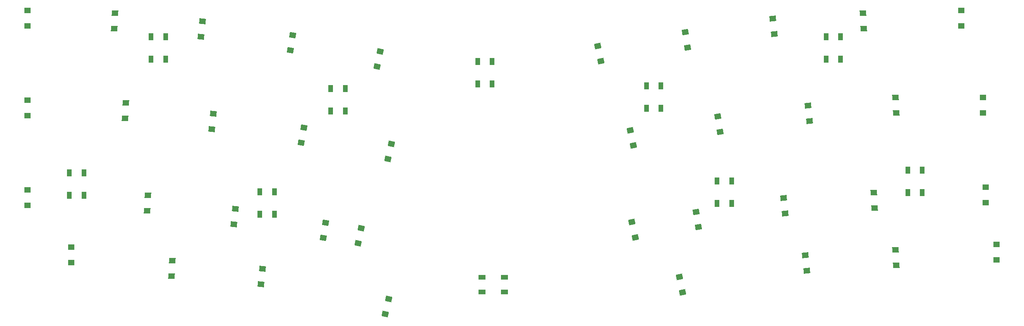
<source format=gbr>
%TF.GenerationSoftware,KiCad,Pcbnew,(6.0.4)*%
%TF.CreationDate,2022-10-27T11:49:13-07:00*%
%TF.ProjectId,tiddlywink,74696464-6c79-4776-996e-6b2e6b696361,rev?*%
%TF.SameCoordinates,Original*%
%TF.FileFunction,Paste,Bot*%
%TF.FilePolarity,Positive*%
%FSLAX46Y46*%
G04 Gerber Fmt 4.6, Leading zero omitted, Abs format (unit mm)*
G04 Created by KiCad (PCBNEW (6.0.4)) date 2022-10-27 11:49:13*
%MOMM*%
%LPD*%
G01*
G04 APERTURE LIST*
G04 Aperture macros list*
%AMRotRect*
0 Rectangle, with rotation*
0 The origin of the aperture is its center*
0 $1 length*
0 $2 width*
0 $3 Rotation angle, in degrees counterclockwise*
0 Add horizontal line*
21,1,$1,$2,0,0,$3*%
G04 Aperture macros list end*
%ADD10RotRect,1.200000X1.400000X99.000000*%
%ADD11RotRect,1.200000X1.400000X84.000000*%
%ADD12R,1.000000X1.500000*%
%ADD13RotRect,1.200000X1.400000X81.000000*%
%ADD14R,1.400000X1.200000*%
%ADD15RotRect,1.200000X1.400000X93.000000*%
%ADD16RotRect,1.200000X1.400000X78.000000*%
%ADD17RotRect,1.200000X1.400000X102.000000*%
%ADD18RotRect,1.200000X1.400000X87.000000*%
%ADD19RotRect,1.200000X1.400000X96.000000*%
%ADD20R,1.500000X1.000000*%
G04 APERTURE END LIST*
D10*
%TO.C,D17*%
X188384847Y-58829118D03*
X187852969Y-55470978D03*
%TD*%
D11*
%TO.C,D13*%
X77212992Y-58245422D03*
X77568388Y-54864048D03*
%TD*%
D12*
%TO.C,RGB5*%
X172231250Y-48746918D03*
X175431250Y-48746918D03*
X175431250Y-53646918D03*
X172231250Y-53646918D03*
%TD*%
D13*
%TO.C,D14*%
X96770080Y-61210370D03*
X97301958Y-57852230D03*
%TD*%
D11*
%TO.C,D33*%
X87928478Y-92178111D03*
X88283874Y-88796737D03*
%TD*%
%TO.C,D3*%
X74831740Y-38004780D03*
X75187136Y-34623406D03*
%TD*%
D14*
%TO.C,D38*%
X248840834Y-86829759D03*
X248840834Y-83429759D03*
%TD*%
D15*
%TO.C,D9*%
X219759468Y-36225824D03*
X219581526Y-32830484D03*
%TD*%
D14*
%TO.C,D10*%
X241101765Y-35632841D03*
X241101765Y-32232841D03*
%TD*%
%TO.C,D31*%
X46434414Y-87425072D03*
X46434414Y-84025072D03*
%TD*%
D12*
%TO.C,RGB10*%
X135321875Y-43389101D03*
X138521875Y-43389101D03*
X138521875Y-48289101D03*
X135321875Y-48289101D03*
%TD*%
D14*
%TO.C,D11*%
X36909406Y-55278170D03*
X36909406Y-51878170D03*
%TD*%
D16*
%TO.C,D15*%
X115732585Y-64766029D03*
X116439485Y-61440327D03*
%TD*%
D13*
%TO.C,D24*%
X101532584Y-82046325D03*
X102064462Y-78688185D03*
%TD*%
D15*
%TO.C,D37*%
X226903224Y-88018055D03*
X226725282Y-84622715D03*
%TD*%
D17*
%TO.C,D16*%
X169422342Y-61789464D03*
X168715442Y-58463762D03*
%TD*%
D18*
%TO.C,D12*%
X58251703Y-55871153D03*
X58429645Y-52475813D03*
%TD*%
%TO.C,D32*%
X68372024Y-90399307D03*
X68549966Y-87003967D03*
%TD*%
D19*
%TO.C,D18*%
X207941935Y-56459483D03*
X207586539Y-53078109D03*
%TD*%
D10*
%TO.C,D7*%
X181241091Y-40374415D03*
X180709213Y-37016275D03*
%TD*%
D15*
%TO.C,D29*%
X222140720Y-75516482D03*
X221962778Y-72121142D03*
%TD*%
D14*
%TO.C,D1*%
X36909406Y-35632841D03*
X36909406Y-32232841D03*
%TD*%
%TO.C,D20*%
X245864269Y-54682857D03*
X245864269Y-51282857D03*
%TD*%
D15*
%TO.C,D19*%
X226903224Y-54680527D03*
X226725282Y-51285187D03*
%TD*%
D19*
%TO.C,D28*%
X202584118Y-76700125D03*
X202228722Y-73318751D03*
%TD*%
D10*
%TO.C,D27*%
X183622343Y-79665073D03*
X183090465Y-76306933D03*
%TD*%
D12*
%TO.C,RGB6*%
X187709375Y-69582873D03*
X190909375Y-69582873D03*
X190909375Y-74482873D03*
X187709375Y-74482873D03*
%TD*%
D19*
%TO.C,D8*%
X200202866Y-37409467D03*
X199847470Y-34028093D03*
%TD*%
D12*
%TO.C,RGB1*%
X46025000Y-67796875D03*
X49225000Y-67796875D03*
X49225000Y-72696875D03*
X46025000Y-72696875D03*
%TD*%
D18*
%TO.C,D2*%
X55870451Y-36225824D03*
X56048393Y-32830484D03*
%TD*%
D17*
%TO.C,D26*%
X169068892Y-78581316D03*
X169775792Y-81907018D03*
%TD*%
D12*
%TO.C,RGB8*%
X229381250Y-67201621D03*
X232581250Y-67201621D03*
X232581250Y-72101621D03*
X229381250Y-72101621D03*
%TD*%
D11*
%TO.C,D23*%
X81975496Y-79081377D03*
X82330892Y-75700003D03*
%TD*%
D12*
%TO.C,RGB7*%
X211521875Y-38031284D03*
X214721875Y-38031284D03*
X214721875Y-42931284D03*
X211521875Y-42931284D03*
%TD*%
%TO.C,RGB4*%
X103175000Y-49342231D03*
X106375000Y-49342231D03*
X106375000Y-54242231D03*
X103175000Y-54242231D03*
%TD*%
D17*
%TO.C,D6*%
X162278586Y-43334761D03*
X161571686Y-40009059D03*
%TD*%
D14*
%TO.C,D30*%
X246459582Y-74328186D03*
X246459582Y-70928186D03*
%TD*%
D16*
%TO.C,D25*%
X109184142Y-83220732D03*
X109891042Y-79895030D03*
%TD*%
D12*
%TO.C,RGB3*%
X87696875Y-71964125D03*
X90896875Y-71964125D03*
X90896875Y-76864125D03*
X87696875Y-76864125D03*
%TD*%
%TO.C,RGB2*%
X63884375Y-38031284D03*
X67084375Y-38031284D03*
X67084375Y-42931284D03*
X63884375Y-42931284D03*
%TD*%
D18*
%TO.C,D22*%
X63014207Y-76111795D03*
X63192149Y-72716455D03*
%TD*%
D20*
%TO.C,RGB9*%
X136257929Y-93873515D03*
X136257929Y-90673515D03*
X141157929Y-90673515D03*
X141157929Y-93873515D03*
%TD*%
D19*
%TO.C,D36*%
X207346622Y-89201698D03*
X206991226Y-85820324D03*
%TD*%
D16*
%TO.C,D5*%
X113351333Y-44525387D03*
X114058233Y-41199685D03*
%TD*%
D17*
%TO.C,D35*%
X180137976Y-93936366D03*
X179431076Y-90610664D03*
%TD*%
D13*
%TO.C,D4*%
X94388828Y-40969728D03*
X94920706Y-37611588D03*
%TD*%
D16*
%TO.C,D34*%
X115137272Y-98698870D03*
X115844172Y-95373168D03*
%TD*%
D14*
%TO.C,D21*%
X36909406Y-74923499D03*
X36909406Y-71523499D03*
%TD*%
M02*

</source>
